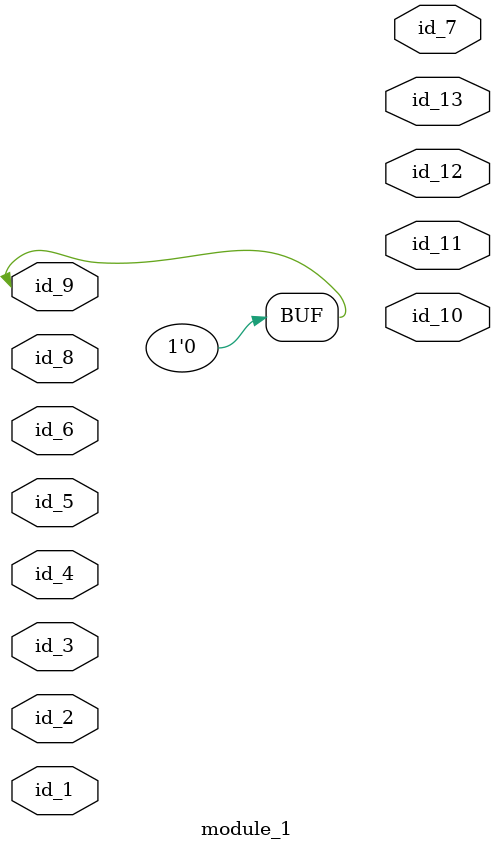
<source format=v>
module module_0;
  wire id_1 = id_1;
endmodule
module module_1 (
    id_1,
    id_2,
    id_3,
    id_4,
    id_5,
    id_6,
    id_7,
    id_8,
    id_9,
    id_10,
    id_11,
    id_12,
    id_13
);
  output wire id_13;
  output wire id_12;
  output wire id_11;
  output wire id_10;
  inout wire id_9;
  input wire id_8;
  output wire id_7;
  input wire id_6;
  inout wire id_5;
  input wire id_4;
  input wire id_3;
  input wire id_2;
  inout wire id_1;
  assign id_9 = 1 ^ 1;
  module_0 modCall_1 ();
endmodule

</source>
